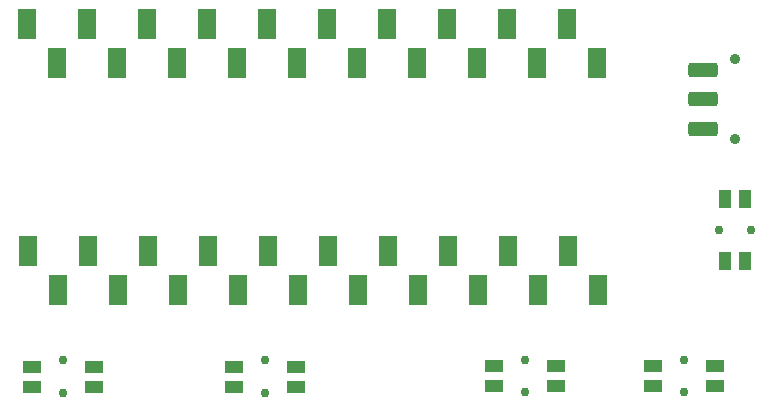
<source format=gbr>
%TF.GenerationSoftware,KiCad,Pcbnew,9.0.0*%
%TF.CreationDate,2025-07-02T08:41:32-07:00*%
%TF.ProjectId,bubby2,62756262-7932-42e6-9b69-6361645f7063,rev?*%
%TF.SameCoordinates,Original*%
%TF.FileFunction,Soldermask,Top*%
%TF.FilePolarity,Negative*%
%FSLAX46Y46*%
G04 Gerber Fmt 4.6, Leading zero omitted, Abs format (unit mm)*
G04 Created by KiCad (PCBNEW 9.0.0) date 2025-07-02 08:41:32*
%MOMM*%
%LPD*%
G01*
G04 APERTURE LIST*
G04 Aperture macros list*
%AMRoundRect*
0 Rectangle with rounded corners*
0 $1 Rounding radius*
0 $2 $3 $4 $5 $6 $7 $8 $9 X,Y pos of 4 corners*
0 Add a 4 corners polygon primitive as box body*
4,1,4,$2,$3,$4,$5,$6,$7,$8,$9,$2,$3,0*
0 Add four circle primitives for the rounded corners*
1,1,$1+$1,$2,$3*
1,1,$1+$1,$4,$5*
1,1,$1+$1,$6,$7*
1,1,$1+$1,$8,$9*
0 Add four rect primitives between the rounded corners*
20,1,$1+$1,$2,$3,$4,$5,0*
20,1,$1+$1,$4,$5,$6,$7,0*
20,1,$1+$1,$6,$7,$8,$9,0*
20,1,$1+$1,$8,$9,$2,$3,0*%
G04 Aperture macros list end*
%ADD10R,1.500000X2.500000*%
%ADD11C,0.750000*%
%ADD12R,1.550000X1.000000*%
%ADD13R,1.000000X1.550000*%
%ADD14RoundRect,0.250000X1.000000X-0.375000X1.000000X0.375000X-1.000000X0.375000X-1.000000X-0.375000X0*%
%ADD15C,0.900000*%
G04 APERTURE END LIST*
D10*
%TO.C,A1*%
X189390000Y-97270000D03*
X191930000Y-100570000D03*
X194470000Y-97270000D03*
X197010000Y-100570000D03*
X199550000Y-97270000D03*
X202090000Y-100570000D03*
X204630000Y-97270000D03*
X207170000Y-100570000D03*
X209710000Y-97270000D03*
X212250000Y-100570000D03*
X214790000Y-97270000D03*
X217330000Y-100570000D03*
X219870000Y-97270000D03*
X222410000Y-100570000D03*
X224950000Y-97270000D03*
X227490000Y-100570000D03*
X230030000Y-97270000D03*
X232570000Y-100570000D03*
X235110000Y-97270000D03*
X237650000Y-100570000D03*
X237680000Y-119800000D03*
X235140000Y-116500000D03*
X232600000Y-119800000D03*
X230060000Y-116500000D03*
X227520000Y-119800000D03*
X224980000Y-116500000D03*
X222440000Y-119800000D03*
X219900000Y-116500000D03*
X217360000Y-119800000D03*
X214820000Y-116500000D03*
X212280000Y-119800000D03*
X209740000Y-116500000D03*
X207200000Y-119800000D03*
X204660000Y-116500000D03*
X202120000Y-119800000D03*
X199580000Y-116500000D03*
X197040000Y-119800000D03*
X194500000Y-116500000D03*
X191960000Y-119800000D03*
X189420000Y-116500000D03*
%TD*%
D11*
%TO.C,SW2*%
X209475000Y-128475000D03*
X209475000Y-125725000D03*
D12*
X212100000Y-127950000D03*
X206850000Y-127950000D03*
X212100000Y-126250000D03*
X206850000Y-126250000D03*
%TD*%
D11*
%TO.C,SW4*%
X250675000Y-114675000D03*
X247925000Y-114675000D03*
D13*
X250150000Y-112050000D03*
X250150000Y-117300000D03*
X248450000Y-112050000D03*
X248450000Y-117300000D03*
%TD*%
D14*
%TO.C,SW6*%
X246600000Y-101100000D03*
X246600000Y-103600000D03*
X246600000Y-106100000D03*
D15*
X249350000Y-100200000D03*
X249350000Y-107000000D03*
%TD*%
D11*
%TO.C,SW0*%
X245000000Y-128425000D03*
X245000000Y-125675000D03*
D12*
X247625000Y-127900000D03*
X242375000Y-127900000D03*
X247625000Y-126200000D03*
X242375000Y-126200000D03*
%TD*%
D11*
%TO.C,SW3*%
X192450000Y-128475000D03*
X192450000Y-125725000D03*
D12*
X195075000Y-127950000D03*
X189825000Y-127950000D03*
X195075000Y-126250000D03*
X189825000Y-126250000D03*
%TD*%
D11*
%TO.C,SW1*%
X231500000Y-128425000D03*
X231500000Y-125675000D03*
D12*
X234125000Y-127900000D03*
X228875000Y-127900000D03*
X234125000Y-126200000D03*
X228875000Y-126200000D03*
%TD*%
M02*

</source>
